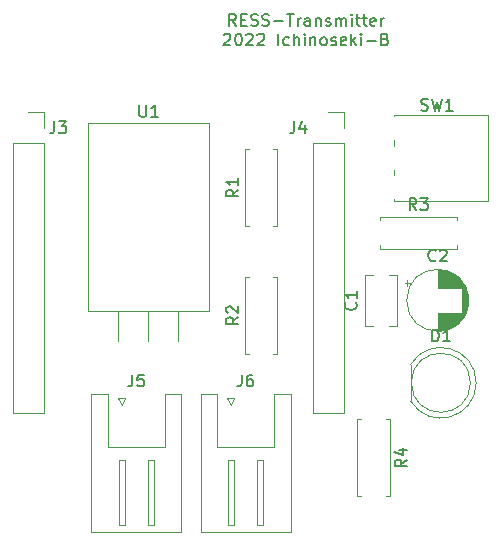
<source format=gbr>
%TF.GenerationSoftware,KiCad,Pcbnew,(5.1.9)-1*%
%TF.CreationDate,2022-08-08T16:48:10+09:00*%
%TF.ProjectId,Transmitter,5472616e-736d-4697-9474-65722e6b6963,rev?*%
%TF.SameCoordinates,Original*%
%TF.FileFunction,Legend,Top*%
%TF.FilePolarity,Positive*%
%FSLAX46Y46*%
G04 Gerber Fmt 4.6, Leading zero omitted, Abs format (unit mm)*
G04 Created by KiCad (PCBNEW (5.1.9)-1) date 2022-08-08 16:48:10*
%MOMM*%
%LPD*%
G01*
G04 APERTURE LIST*
%ADD10C,0.150000*%
%ADD11C,0.120000*%
G04 APERTURE END LIST*
D10*
X147741428Y-73922380D02*
X147408095Y-73446190D01*
X147170000Y-73922380D02*
X147170000Y-72922380D01*
X147550952Y-72922380D01*
X147646190Y-72970000D01*
X147693809Y-73017619D01*
X147741428Y-73112857D01*
X147741428Y-73255714D01*
X147693809Y-73350952D01*
X147646190Y-73398571D01*
X147550952Y-73446190D01*
X147170000Y-73446190D01*
X148170000Y-73398571D02*
X148503333Y-73398571D01*
X148646190Y-73922380D02*
X148170000Y-73922380D01*
X148170000Y-72922380D01*
X148646190Y-72922380D01*
X149027142Y-73874761D02*
X149170000Y-73922380D01*
X149408095Y-73922380D01*
X149503333Y-73874761D01*
X149550952Y-73827142D01*
X149598571Y-73731904D01*
X149598571Y-73636666D01*
X149550952Y-73541428D01*
X149503333Y-73493809D01*
X149408095Y-73446190D01*
X149217619Y-73398571D01*
X149122380Y-73350952D01*
X149074761Y-73303333D01*
X149027142Y-73208095D01*
X149027142Y-73112857D01*
X149074761Y-73017619D01*
X149122380Y-72970000D01*
X149217619Y-72922380D01*
X149455714Y-72922380D01*
X149598571Y-72970000D01*
X149979523Y-73874761D02*
X150122380Y-73922380D01*
X150360476Y-73922380D01*
X150455714Y-73874761D01*
X150503333Y-73827142D01*
X150550952Y-73731904D01*
X150550952Y-73636666D01*
X150503333Y-73541428D01*
X150455714Y-73493809D01*
X150360476Y-73446190D01*
X150170000Y-73398571D01*
X150074761Y-73350952D01*
X150027142Y-73303333D01*
X149979523Y-73208095D01*
X149979523Y-73112857D01*
X150027142Y-73017619D01*
X150074761Y-72970000D01*
X150170000Y-72922380D01*
X150408095Y-72922380D01*
X150550952Y-72970000D01*
X150979523Y-73541428D02*
X151741428Y-73541428D01*
X152074761Y-72922380D02*
X152646190Y-72922380D01*
X152360476Y-73922380D02*
X152360476Y-72922380D01*
X152979523Y-73922380D02*
X152979523Y-73255714D01*
X152979523Y-73446190D02*
X153027142Y-73350952D01*
X153074761Y-73303333D01*
X153170000Y-73255714D01*
X153265238Y-73255714D01*
X154027142Y-73922380D02*
X154027142Y-73398571D01*
X153979523Y-73303333D01*
X153884285Y-73255714D01*
X153693809Y-73255714D01*
X153598571Y-73303333D01*
X154027142Y-73874761D02*
X153931904Y-73922380D01*
X153693809Y-73922380D01*
X153598571Y-73874761D01*
X153550952Y-73779523D01*
X153550952Y-73684285D01*
X153598571Y-73589047D01*
X153693809Y-73541428D01*
X153931904Y-73541428D01*
X154027142Y-73493809D01*
X154503333Y-73255714D02*
X154503333Y-73922380D01*
X154503333Y-73350952D02*
X154550952Y-73303333D01*
X154646190Y-73255714D01*
X154789047Y-73255714D01*
X154884285Y-73303333D01*
X154931904Y-73398571D01*
X154931904Y-73922380D01*
X155360476Y-73874761D02*
X155455714Y-73922380D01*
X155646190Y-73922380D01*
X155741428Y-73874761D01*
X155789047Y-73779523D01*
X155789047Y-73731904D01*
X155741428Y-73636666D01*
X155646190Y-73589047D01*
X155503333Y-73589047D01*
X155408095Y-73541428D01*
X155360476Y-73446190D01*
X155360476Y-73398571D01*
X155408095Y-73303333D01*
X155503333Y-73255714D01*
X155646190Y-73255714D01*
X155741428Y-73303333D01*
X156217619Y-73922380D02*
X156217619Y-73255714D01*
X156217619Y-73350952D02*
X156265238Y-73303333D01*
X156360476Y-73255714D01*
X156503333Y-73255714D01*
X156598571Y-73303333D01*
X156646190Y-73398571D01*
X156646190Y-73922380D01*
X156646190Y-73398571D02*
X156693809Y-73303333D01*
X156789047Y-73255714D01*
X156931904Y-73255714D01*
X157027142Y-73303333D01*
X157074761Y-73398571D01*
X157074761Y-73922380D01*
X157550952Y-73922380D02*
X157550952Y-73255714D01*
X157550952Y-72922380D02*
X157503333Y-72970000D01*
X157550952Y-73017619D01*
X157598571Y-72970000D01*
X157550952Y-72922380D01*
X157550952Y-73017619D01*
X157884285Y-73255714D02*
X158265238Y-73255714D01*
X158027142Y-72922380D02*
X158027142Y-73779523D01*
X158074761Y-73874761D01*
X158170000Y-73922380D01*
X158265238Y-73922380D01*
X158455714Y-73255714D02*
X158836666Y-73255714D01*
X158598571Y-72922380D02*
X158598571Y-73779523D01*
X158646190Y-73874761D01*
X158741428Y-73922380D01*
X158836666Y-73922380D01*
X159550952Y-73874761D02*
X159455714Y-73922380D01*
X159265238Y-73922380D01*
X159170000Y-73874761D01*
X159122380Y-73779523D01*
X159122380Y-73398571D01*
X159170000Y-73303333D01*
X159265238Y-73255714D01*
X159455714Y-73255714D01*
X159550952Y-73303333D01*
X159598571Y-73398571D01*
X159598571Y-73493809D01*
X159122380Y-73589047D01*
X160027142Y-73922380D02*
X160027142Y-73255714D01*
X160027142Y-73446190D02*
X160074761Y-73350952D01*
X160122380Y-73303333D01*
X160217619Y-73255714D01*
X160312857Y-73255714D01*
X146717619Y-74667619D02*
X146765238Y-74620000D01*
X146860476Y-74572380D01*
X147098571Y-74572380D01*
X147193809Y-74620000D01*
X147241428Y-74667619D01*
X147289047Y-74762857D01*
X147289047Y-74858095D01*
X147241428Y-75000952D01*
X146670000Y-75572380D01*
X147289047Y-75572380D01*
X147908095Y-74572380D02*
X148003333Y-74572380D01*
X148098571Y-74620000D01*
X148146190Y-74667619D01*
X148193809Y-74762857D01*
X148241428Y-74953333D01*
X148241428Y-75191428D01*
X148193809Y-75381904D01*
X148146190Y-75477142D01*
X148098571Y-75524761D01*
X148003333Y-75572380D01*
X147908095Y-75572380D01*
X147812857Y-75524761D01*
X147765238Y-75477142D01*
X147717619Y-75381904D01*
X147670000Y-75191428D01*
X147670000Y-74953333D01*
X147717619Y-74762857D01*
X147765238Y-74667619D01*
X147812857Y-74620000D01*
X147908095Y-74572380D01*
X148622380Y-74667619D02*
X148670000Y-74620000D01*
X148765238Y-74572380D01*
X149003333Y-74572380D01*
X149098571Y-74620000D01*
X149146190Y-74667619D01*
X149193809Y-74762857D01*
X149193809Y-74858095D01*
X149146190Y-75000952D01*
X148574761Y-75572380D01*
X149193809Y-75572380D01*
X149574761Y-74667619D02*
X149622380Y-74620000D01*
X149717619Y-74572380D01*
X149955714Y-74572380D01*
X150050952Y-74620000D01*
X150098571Y-74667619D01*
X150146190Y-74762857D01*
X150146190Y-74858095D01*
X150098571Y-75000952D01*
X149527142Y-75572380D01*
X150146190Y-75572380D01*
X151336666Y-75572380D02*
X151336666Y-74572380D01*
X152241428Y-75524761D02*
X152146190Y-75572380D01*
X151955714Y-75572380D01*
X151860476Y-75524761D01*
X151812857Y-75477142D01*
X151765238Y-75381904D01*
X151765238Y-75096190D01*
X151812857Y-75000952D01*
X151860476Y-74953333D01*
X151955714Y-74905714D01*
X152146190Y-74905714D01*
X152241428Y-74953333D01*
X152670000Y-75572380D02*
X152670000Y-74572380D01*
X153098571Y-75572380D02*
X153098571Y-75048571D01*
X153050952Y-74953333D01*
X152955714Y-74905714D01*
X152812857Y-74905714D01*
X152717619Y-74953333D01*
X152670000Y-75000952D01*
X153574761Y-75572380D02*
X153574761Y-74905714D01*
X153574761Y-74572380D02*
X153527142Y-74620000D01*
X153574761Y-74667619D01*
X153622380Y-74620000D01*
X153574761Y-74572380D01*
X153574761Y-74667619D01*
X154050952Y-74905714D02*
X154050952Y-75572380D01*
X154050952Y-75000952D02*
X154098571Y-74953333D01*
X154193809Y-74905714D01*
X154336666Y-74905714D01*
X154431904Y-74953333D01*
X154479523Y-75048571D01*
X154479523Y-75572380D01*
X155098571Y-75572380D02*
X155003333Y-75524761D01*
X154955714Y-75477142D01*
X154908095Y-75381904D01*
X154908095Y-75096190D01*
X154955714Y-75000952D01*
X155003333Y-74953333D01*
X155098571Y-74905714D01*
X155241428Y-74905714D01*
X155336666Y-74953333D01*
X155384285Y-75000952D01*
X155431904Y-75096190D01*
X155431904Y-75381904D01*
X155384285Y-75477142D01*
X155336666Y-75524761D01*
X155241428Y-75572380D01*
X155098571Y-75572380D01*
X155812857Y-75524761D02*
X155908095Y-75572380D01*
X156098571Y-75572380D01*
X156193809Y-75524761D01*
X156241428Y-75429523D01*
X156241428Y-75381904D01*
X156193809Y-75286666D01*
X156098571Y-75239047D01*
X155955714Y-75239047D01*
X155860476Y-75191428D01*
X155812857Y-75096190D01*
X155812857Y-75048571D01*
X155860476Y-74953333D01*
X155955714Y-74905714D01*
X156098571Y-74905714D01*
X156193809Y-74953333D01*
X157050952Y-75524761D02*
X156955714Y-75572380D01*
X156765238Y-75572380D01*
X156670000Y-75524761D01*
X156622380Y-75429523D01*
X156622380Y-75048571D01*
X156670000Y-74953333D01*
X156765238Y-74905714D01*
X156955714Y-74905714D01*
X157050952Y-74953333D01*
X157098571Y-75048571D01*
X157098571Y-75143809D01*
X156622380Y-75239047D01*
X157527142Y-75572380D02*
X157527142Y-74572380D01*
X157622380Y-75191428D02*
X157908095Y-75572380D01*
X157908095Y-74905714D02*
X157527142Y-75286666D01*
X158336666Y-75572380D02*
X158336666Y-74905714D01*
X158336666Y-74572380D02*
X158289047Y-74620000D01*
X158336666Y-74667619D01*
X158384285Y-74620000D01*
X158336666Y-74572380D01*
X158336666Y-74667619D01*
X158812857Y-75191428D02*
X159574761Y-75191428D01*
X160384285Y-75048571D02*
X160527142Y-75096190D01*
X160574761Y-75143809D01*
X160622380Y-75239047D01*
X160622380Y-75381904D01*
X160574761Y-75477142D01*
X160527142Y-75524761D01*
X160431904Y-75572380D01*
X160050952Y-75572380D01*
X160050952Y-74572380D01*
X160384285Y-74572380D01*
X160479523Y-74620000D01*
X160527142Y-74667619D01*
X160574761Y-74762857D01*
X160574761Y-74858095D01*
X160527142Y-74953333D01*
X160479523Y-75000952D01*
X160384285Y-75048571D01*
X160050952Y-75048571D01*
D11*
%TO.C,J6*%
X148570000Y-116800000D02*
X144760000Y-116800000D01*
X144760000Y-116800000D02*
X144760000Y-105080000D01*
X144760000Y-105080000D02*
X146180000Y-105080000D01*
X146180000Y-105080000D02*
X146180000Y-109580000D01*
X146180000Y-109580000D02*
X148570000Y-109580000D01*
X148570000Y-116800000D02*
X152380000Y-116800000D01*
X152380000Y-116800000D02*
X152380000Y-105080000D01*
X152380000Y-105080000D02*
X150960000Y-105080000D01*
X150960000Y-105080000D02*
X150960000Y-109580000D01*
X150960000Y-109580000D02*
X148570000Y-109580000D01*
X147070000Y-110690000D02*
X147070000Y-116190000D01*
X147070000Y-116190000D02*
X147570000Y-116190000D01*
X147570000Y-116190000D02*
X147570000Y-110690000D01*
X147570000Y-110690000D02*
X147070000Y-110690000D01*
X149570000Y-110690000D02*
X149570000Y-116190000D01*
X149570000Y-116190000D02*
X150070000Y-116190000D01*
X150070000Y-116190000D02*
X150070000Y-110690000D01*
X150070000Y-110690000D02*
X149570000Y-110690000D01*
X147320000Y-105990000D02*
X147020000Y-105390000D01*
X147020000Y-105390000D02*
X147620000Y-105390000D01*
X147620000Y-105390000D02*
X147320000Y-105990000D01*
%TO.C,J3*%
X130175000Y-81220000D02*
X131505000Y-81220000D01*
X131505000Y-81220000D02*
X131505000Y-82550000D01*
X131505000Y-83820000D02*
X131505000Y-106740000D01*
X128845000Y-106740000D02*
X131505000Y-106740000D01*
X128845000Y-83820000D02*
X128845000Y-106740000D01*
X128845000Y-83820000D02*
X131505000Y-83820000D01*
%TO.C,J4*%
X154245000Y-83820000D02*
X156905000Y-83820000D01*
X154245000Y-83820000D02*
X154245000Y-106740000D01*
X154245000Y-106740000D02*
X156905000Y-106740000D01*
X156905000Y-83820000D02*
X156905000Y-106740000D01*
X156905000Y-81220000D02*
X156905000Y-82550000D01*
X155575000Y-81220000D02*
X156905000Y-81220000D01*
%TO.C,J5*%
X138370000Y-105390000D02*
X138070000Y-105990000D01*
X137770000Y-105390000D02*
X138370000Y-105390000D01*
X138070000Y-105990000D02*
X137770000Y-105390000D01*
X140820000Y-110690000D02*
X140320000Y-110690000D01*
X140820000Y-116190000D02*
X140820000Y-110690000D01*
X140320000Y-116190000D02*
X140820000Y-116190000D01*
X140320000Y-110690000D02*
X140320000Y-116190000D01*
X138320000Y-110690000D02*
X137820000Y-110690000D01*
X138320000Y-116190000D02*
X138320000Y-110690000D01*
X137820000Y-116190000D02*
X138320000Y-116190000D01*
X137820000Y-110690000D02*
X137820000Y-116190000D01*
X141710000Y-109580000D02*
X139320000Y-109580000D01*
X141710000Y-105080000D02*
X141710000Y-109580000D01*
X143130000Y-105080000D02*
X141710000Y-105080000D01*
X143130000Y-116800000D02*
X143130000Y-105080000D01*
X139320000Y-116800000D02*
X143130000Y-116800000D01*
X136930000Y-109580000D02*
X139320000Y-109580000D01*
X136930000Y-105080000D02*
X136930000Y-109580000D01*
X135510000Y-105080000D02*
X136930000Y-105080000D01*
X135510000Y-116800000D02*
X135510000Y-105080000D01*
X139320000Y-116800000D02*
X135510000Y-116800000D01*
%TO.C,SW1*%
X161170000Y-88740000D02*
X169120000Y-88740000D01*
X169120000Y-88740000D02*
X169120000Y-81440000D01*
X169120000Y-81440000D02*
X161170000Y-81440000D01*
X161170000Y-81440000D02*
X161170000Y-81590000D01*
X161170000Y-84090000D02*
X161170000Y-83590000D01*
X161170000Y-86590000D02*
X161170000Y-86090000D01*
X161170000Y-88740000D02*
X161170000Y-88590000D01*
%TO.C,R1*%
X151230000Y-84360000D02*
X150900000Y-84360000D01*
X151230000Y-90900000D02*
X151230000Y-84360000D01*
X150900000Y-90900000D02*
X151230000Y-90900000D01*
X148490000Y-84360000D02*
X148820000Y-84360000D01*
X148490000Y-90900000D02*
X148490000Y-84360000D01*
X148820000Y-90900000D02*
X148490000Y-90900000D01*
%TO.C,R2*%
X151230000Y-95155000D02*
X150900000Y-95155000D01*
X151230000Y-101695000D02*
X151230000Y-95155000D01*
X150900000Y-101695000D02*
X151230000Y-101695000D01*
X148490000Y-95155000D02*
X148820000Y-95155000D01*
X148490000Y-101695000D02*
X148490000Y-95155000D01*
X148820000Y-101695000D02*
X148490000Y-101695000D01*
%TO.C,R3*%
X166465000Y-92810000D02*
X166465000Y-92480000D01*
X159925000Y-92810000D02*
X166465000Y-92810000D01*
X159925000Y-92480000D02*
X159925000Y-92810000D01*
X166465000Y-90070000D02*
X166465000Y-90400000D01*
X159925000Y-90070000D02*
X166465000Y-90070000D01*
X159925000Y-90400000D02*
X159925000Y-90070000D01*
%TO.C,D1*%
X167600000Y-104140000D02*
G75*
G03*
X167600000Y-104140000I-2500000J0D01*
G01*
X162540000Y-102595000D02*
X162540000Y-105685000D01*
X168090000Y-104140462D02*
G75*
G03*
X162540000Y-102595170I-2990000J462D01*
G01*
X168090000Y-104139538D02*
G75*
G02*
X162540000Y-105684830I-2990000J-462D01*
G01*
%TO.C,R4*%
X160425000Y-107220000D02*
X160755000Y-107220000D01*
X160755000Y-107220000D02*
X160755000Y-113760000D01*
X160755000Y-113760000D02*
X160425000Y-113760000D01*
X158345000Y-107220000D02*
X158015000Y-107220000D01*
X158015000Y-107220000D02*
X158015000Y-113760000D01*
X158015000Y-113760000D02*
X158345000Y-113760000D01*
%TO.C,U1*%
X142875000Y-98060000D02*
X142875000Y-100600000D01*
X140335000Y-98060000D02*
X140335000Y-100600000D01*
X137795000Y-98060000D02*
X137795000Y-100600000D01*
X145455000Y-82170000D02*
X145455000Y-98060000D01*
X135215000Y-82170000D02*
X135215000Y-98060000D01*
X135215000Y-82170000D02*
X145455000Y-82170000D01*
X135215000Y-98060000D02*
X145455000Y-98060000D01*
%TO.C,C1*%
X158650000Y-99295000D02*
X158650000Y-95055000D01*
X161390000Y-99295000D02*
X161390000Y-95055000D01*
X158650000Y-99295000D02*
X159355000Y-99295000D01*
X160685000Y-99295000D02*
X161390000Y-99295000D01*
X158650000Y-95055000D02*
X159355000Y-95055000D01*
X160685000Y-95055000D02*
X161390000Y-95055000D01*
%TO.C,C2*%
X167450000Y-97155000D02*
G75*
G03*
X167450000Y-97155000I-2620000J0D01*
G01*
X164830000Y-98195000D02*
X164830000Y-99735000D01*
X164830000Y-94575000D02*
X164830000Y-96115000D01*
X164870000Y-98195000D02*
X164870000Y-99735000D01*
X164870000Y-94575000D02*
X164870000Y-96115000D01*
X164910000Y-94576000D02*
X164910000Y-96115000D01*
X164910000Y-98195000D02*
X164910000Y-99734000D01*
X164950000Y-94577000D02*
X164950000Y-96115000D01*
X164950000Y-98195000D02*
X164950000Y-99733000D01*
X164990000Y-94579000D02*
X164990000Y-96115000D01*
X164990000Y-98195000D02*
X164990000Y-99731000D01*
X165030000Y-94582000D02*
X165030000Y-96115000D01*
X165030000Y-98195000D02*
X165030000Y-99728000D01*
X165070000Y-94586000D02*
X165070000Y-96115000D01*
X165070000Y-98195000D02*
X165070000Y-99724000D01*
X165110000Y-94590000D02*
X165110000Y-96115000D01*
X165110000Y-98195000D02*
X165110000Y-99720000D01*
X165150000Y-94594000D02*
X165150000Y-96115000D01*
X165150000Y-98195000D02*
X165150000Y-99716000D01*
X165190000Y-94599000D02*
X165190000Y-96115000D01*
X165190000Y-98195000D02*
X165190000Y-99711000D01*
X165230000Y-94605000D02*
X165230000Y-96115000D01*
X165230000Y-98195000D02*
X165230000Y-99705000D01*
X165270000Y-94612000D02*
X165270000Y-96115000D01*
X165270000Y-98195000D02*
X165270000Y-99698000D01*
X165310000Y-94619000D02*
X165310000Y-96115000D01*
X165310000Y-98195000D02*
X165310000Y-99691000D01*
X165350000Y-94627000D02*
X165350000Y-96115000D01*
X165350000Y-98195000D02*
X165350000Y-99683000D01*
X165390000Y-94635000D02*
X165390000Y-96115000D01*
X165390000Y-98195000D02*
X165390000Y-99675000D01*
X165430000Y-94644000D02*
X165430000Y-96115000D01*
X165430000Y-98195000D02*
X165430000Y-99666000D01*
X165470000Y-94654000D02*
X165470000Y-96115000D01*
X165470000Y-98195000D02*
X165470000Y-99656000D01*
X165510000Y-94664000D02*
X165510000Y-96115000D01*
X165510000Y-98195000D02*
X165510000Y-99646000D01*
X165551000Y-94675000D02*
X165551000Y-96115000D01*
X165551000Y-98195000D02*
X165551000Y-99635000D01*
X165591000Y-94687000D02*
X165591000Y-96115000D01*
X165591000Y-98195000D02*
X165591000Y-99623000D01*
X165631000Y-94700000D02*
X165631000Y-96115000D01*
X165631000Y-98195000D02*
X165631000Y-99610000D01*
X165671000Y-94713000D02*
X165671000Y-96115000D01*
X165671000Y-98195000D02*
X165671000Y-99597000D01*
X165711000Y-94727000D02*
X165711000Y-96115000D01*
X165711000Y-98195000D02*
X165711000Y-99583000D01*
X165751000Y-94741000D02*
X165751000Y-96115000D01*
X165751000Y-98195000D02*
X165751000Y-99569000D01*
X165791000Y-94757000D02*
X165791000Y-96115000D01*
X165791000Y-98195000D02*
X165791000Y-99553000D01*
X165831000Y-94773000D02*
X165831000Y-96115000D01*
X165831000Y-98195000D02*
X165831000Y-99537000D01*
X165871000Y-94790000D02*
X165871000Y-96115000D01*
X165871000Y-98195000D02*
X165871000Y-99520000D01*
X165911000Y-94807000D02*
X165911000Y-96115000D01*
X165911000Y-98195000D02*
X165911000Y-99503000D01*
X165951000Y-94826000D02*
X165951000Y-96115000D01*
X165951000Y-98195000D02*
X165951000Y-99484000D01*
X165991000Y-94845000D02*
X165991000Y-96115000D01*
X165991000Y-98195000D02*
X165991000Y-99465000D01*
X166031000Y-94865000D02*
X166031000Y-96115000D01*
X166031000Y-98195000D02*
X166031000Y-99445000D01*
X166071000Y-94887000D02*
X166071000Y-96115000D01*
X166071000Y-98195000D02*
X166071000Y-99423000D01*
X166111000Y-94908000D02*
X166111000Y-96115000D01*
X166111000Y-98195000D02*
X166111000Y-99402000D01*
X166151000Y-94931000D02*
X166151000Y-96115000D01*
X166151000Y-98195000D02*
X166151000Y-99379000D01*
X166191000Y-94955000D02*
X166191000Y-96115000D01*
X166191000Y-98195000D02*
X166191000Y-99355000D01*
X166231000Y-94980000D02*
X166231000Y-96115000D01*
X166231000Y-98195000D02*
X166231000Y-99330000D01*
X166271000Y-95006000D02*
X166271000Y-96115000D01*
X166271000Y-98195000D02*
X166271000Y-99304000D01*
X166311000Y-95033000D02*
X166311000Y-96115000D01*
X166311000Y-98195000D02*
X166311000Y-99277000D01*
X166351000Y-95060000D02*
X166351000Y-96115000D01*
X166351000Y-98195000D02*
X166351000Y-99250000D01*
X166391000Y-95090000D02*
X166391000Y-96115000D01*
X166391000Y-98195000D02*
X166391000Y-99220000D01*
X166431000Y-95120000D02*
X166431000Y-96115000D01*
X166431000Y-98195000D02*
X166431000Y-99190000D01*
X166471000Y-95151000D02*
X166471000Y-96115000D01*
X166471000Y-98195000D02*
X166471000Y-99159000D01*
X166511000Y-95184000D02*
X166511000Y-96115000D01*
X166511000Y-98195000D02*
X166511000Y-99126000D01*
X166551000Y-95218000D02*
X166551000Y-96115000D01*
X166551000Y-98195000D02*
X166551000Y-99092000D01*
X166591000Y-95254000D02*
X166591000Y-96115000D01*
X166591000Y-98195000D02*
X166591000Y-99056000D01*
X166631000Y-95291000D02*
X166631000Y-96115000D01*
X166631000Y-98195000D02*
X166631000Y-99019000D01*
X166671000Y-95329000D02*
X166671000Y-96115000D01*
X166671000Y-98195000D02*
X166671000Y-98981000D01*
X166711000Y-95370000D02*
X166711000Y-96115000D01*
X166711000Y-98195000D02*
X166711000Y-98940000D01*
X166751000Y-95412000D02*
X166751000Y-96115000D01*
X166751000Y-98195000D02*
X166751000Y-98898000D01*
X166791000Y-95456000D02*
X166791000Y-96115000D01*
X166791000Y-98195000D02*
X166791000Y-98854000D01*
X166831000Y-95502000D02*
X166831000Y-96115000D01*
X166831000Y-98195000D02*
X166831000Y-98808000D01*
X166871000Y-95550000D02*
X166871000Y-98760000D01*
X166911000Y-95601000D02*
X166911000Y-98709000D01*
X166951000Y-95655000D02*
X166951000Y-98655000D01*
X166991000Y-95712000D02*
X166991000Y-98598000D01*
X167031000Y-95772000D02*
X167031000Y-98538000D01*
X167071000Y-95836000D02*
X167071000Y-98474000D01*
X167111000Y-95904000D02*
X167111000Y-98406000D01*
X167151000Y-95977000D02*
X167151000Y-98333000D01*
X167191000Y-96057000D02*
X167191000Y-98253000D01*
X167231000Y-96144000D02*
X167231000Y-98166000D01*
X167271000Y-96240000D02*
X167271000Y-98070000D01*
X167311000Y-96350000D02*
X167311000Y-97960000D01*
X167351000Y-96478000D02*
X167351000Y-97832000D01*
X167391000Y-96637000D02*
X167391000Y-97673000D01*
X167431000Y-96871000D02*
X167431000Y-97439000D01*
X162025225Y-95680000D02*
X162525225Y-95680000D01*
X162275225Y-95430000D02*
X162275225Y-95930000D01*
%TO.C,J6*%
D10*
X148236666Y-103442380D02*
X148236666Y-104156666D01*
X148189047Y-104299523D01*
X148093809Y-104394761D01*
X147950952Y-104442380D01*
X147855714Y-104442380D01*
X149141428Y-103442380D02*
X148950952Y-103442380D01*
X148855714Y-103490000D01*
X148808095Y-103537619D01*
X148712857Y-103680476D01*
X148665238Y-103870952D01*
X148665238Y-104251904D01*
X148712857Y-104347142D01*
X148760476Y-104394761D01*
X148855714Y-104442380D01*
X149046190Y-104442380D01*
X149141428Y-104394761D01*
X149189047Y-104347142D01*
X149236666Y-104251904D01*
X149236666Y-104013809D01*
X149189047Y-103918571D01*
X149141428Y-103870952D01*
X149046190Y-103823333D01*
X148855714Y-103823333D01*
X148760476Y-103870952D01*
X148712857Y-103918571D01*
X148665238Y-104013809D01*
%TO.C,J3*%
X132381666Y-82002380D02*
X132381666Y-82716666D01*
X132334047Y-82859523D01*
X132238809Y-82954761D01*
X132095952Y-83002380D01*
X132000714Y-83002380D01*
X132762619Y-82002380D02*
X133381666Y-82002380D01*
X133048333Y-82383333D01*
X133191190Y-82383333D01*
X133286428Y-82430952D01*
X133334047Y-82478571D01*
X133381666Y-82573809D01*
X133381666Y-82811904D01*
X133334047Y-82907142D01*
X133286428Y-82954761D01*
X133191190Y-83002380D01*
X132905476Y-83002380D01*
X132810238Y-82954761D01*
X132762619Y-82907142D01*
%TO.C,J4*%
X152701666Y-82002380D02*
X152701666Y-82716666D01*
X152654047Y-82859523D01*
X152558809Y-82954761D01*
X152415952Y-83002380D01*
X152320714Y-83002380D01*
X153606428Y-82335714D02*
X153606428Y-83002380D01*
X153368333Y-81954761D02*
X153130238Y-82669047D01*
X153749285Y-82669047D01*
%TO.C,J5*%
X138986666Y-103442380D02*
X138986666Y-104156666D01*
X138939047Y-104299523D01*
X138843809Y-104394761D01*
X138700952Y-104442380D01*
X138605714Y-104442380D01*
X139939047Y-103442380D02*
X139462857Y-103442380D01*
X139415238Y-103918571D01*
X139462857Y-103870952D01*
X139558095Y-103823333D01*
X139796190Y-103823333D01*
X139891428Y-103870952D01*
X139939047Y-103918571D01*
X139986666Y-104013809D01*
X139986666Y-104251904D01*
X139939047Y-104347142D01*
X139891428Y-104394761D01*
X139796190Y-104442380D01*
X139558095Y-104442380D01*
X139462857Y-104394761D01*
X139415238Y-104347142D01*
%TO.C,SW1*%
X163436666Y-81044761D02*
X163579523Y-81092380D01*
X163817619Y-81092380D01*
X163912857Y-81044761D01*
X163960476Y-80997142D01*
X164008095Y-80901904D01*
X164008095Y-80806666D01*
X163960476Y-80711428D01*
X163912857Y-80663809D01*
X163817619Y-80616190D01*
X163627142Y-80568571D01*
X163531904Y-80520952D01*
X163484285Y-80473333D01*
X163436666Y-80378095D01*
X163436666Y-80282857D01*
X163484285Y-80187619D01*
X163531904Y-80140000D01*
X163627142Y-80092380D01*
X163865238Y-80092380D01*
X164008095Y-80140000D01*
X164341428Y-80092380D02*
X164579523Y-81092380D01*
X164770000Y-80378095D01*
X164960476Y-81092380D01*
X165198571Y-80092380D01*
X166103333Y-81092380D02*
X165531904Y-81092380D01*
X165817619Y-81092380D02*
X165817619Y-80092380D01*
X165722380Y-80235238D01*
X165627142Y-80330476D01*
X165531904Y-80378095D01*
%TO.C,R1*%
X147942380Y-87796666D02*
X147466190Y-88130000D01*
X147942380Y-88368095D02*
X146942380Y-88368095D01*
X146942380Y-87987142D01*
X146990000Y-87891904D01*
X147037619Y-87844285D01*
X147132857Y-87796666D01*
X147275714Y-87796666D01*
X147370952Y-87844285D01*
X147418571Y-87891904D01*
X147466190Y-87987142D01*
X147466190Y-88368095D01*
X147942380Y-86844285D02*
X147942380Y-87415714D01*
X147942380Y-87130000D02*
X146942380Y-87130000D01*
X147085238Y-87225238D01*
X147180476Y-87320476D01*
X147228095Y-87415714D01*
%TO.C,R2*%
X147942380Y-98591666D02*
X147466190Y-98925000D01*
X147942380Y-99163095D02*
X146942380Y-99163095D01*
X146942380Y-98782142D01*
X146990000Y-98686904D01*
X147037619Y-98639285D01*
X147132857Y-98591666D01*
X147275714Y-98591666D01*
X147370952Y-98639285D01*
X147418571Y-98686904D01*
X147466190Y-98782142D01*
X147466190Y-99163095D01*
X147037619Y-98210714D02*
X146990000Y-98163095D01*
X146942380Y-98067857D01*
X146942380Y-97829761D01*
X146990000Y-97734523D01*
X147037619Y-97686904D01*
X147132857Y-97639285D01*
X147228095Y-97639285D01*
X147370952Y-97686904D01*
X147942380Y-98258333D01*
X147942380Y-97639285D01*
%TO.C,R3*%
X163028333Y-89522380D02*
X162695000Y-89046190D01*
X162456904Y-89522380D02*
X162456904Y-88522380D01*
X162837857Y-88522380D01*
X162933095Y-88570000D01*
X162980714Y-88617619D01*
X163028333Y-88712857D01*
X163028333Y-88855714D01*
X162980714Y-88950952D01*
X162933095Y-88998571D01*
X162837857Y-89046190D01*
X162456904Y-89046190D01*
X163361666Y-88522380D02*
X163980714Y-88522380D01*
X163647380Y-88903333D01*
X163790238Y-88903333D01*
X163885476Y-88950952D01*
X163933095Y-88998571D01*
X163980714Y-89093809D01*
X163980714Y-89331904D01*
X163933095Y-89427142D01*
X163885476Y-89474761D01*
X163790238Y-89522380D01*
X163504523Y-89522380D01*
X163409285Y-89474761D01*
X163361666Y-89427142D01*
%TO.C,D1*%
X164361904Y-100632380D02*
X164361904Y-99632380D01*
X164600000Y-99632380D01*
X164742857Y-99680000D01*
X164838095Y-99775238D01*
X164885714Y-99870476D01*
X164933333Y-100060952D01*
X164933333Y-100203809D01*
X164885714Y-100394285D01*
X164838095Y-100489523D01*
X164742857Y-100584761D01*
X164600000Y-100632380D01*
X164361904Y-100632380D01*
X165885714Y-100632380D02*
X165314285Y-100632380D01*
X165600000Y-100632380D02*
X165600000Y-99632380D01*
X165504761Y-99775238D01*
X165409523Y-99870476D01*
X165314285Y-99918095D01*
%TO.C,R4*%
X162207380Y-110656666D02*
X161731190Y-110990000D01*
X162207380Y-111228095D02*
X161207380Y-111228095D01*
X161207380Y-110847142D01*
X161255000Y-110751904D01*
X161302619Y-110704285D01*
X161397857Y-110656666D01*
X161540714Y-110656666D01*
X161635952Y-110704285D01*
X161683571Y-110751904D01*
X161731190Y-110847142D01*
X161731190Y-111228095D01*
X161540714Y-109799523D02*
X162207380Y-109799523D01*
X161159761Y-110037619D02*
X161874047Y-110275714D01*
X161874047Y-109656666D01*
%TO.C,U1*%
X139573095Y-80622380D02*
X139573095Y-81431904D01*
X139620714Y-81527142D01*
X139668333Y-81574761D01*
X139763571Y-81622380D01*
X139954047Y-81622380D01*
X140049285Y-81574761D01*
X140096904Y-81527142D01*
X140144523Y-81431904D01*
X140144523Y-80622380D01*
X141144523Y-81622380D02*
X140573095Y-81622380D01*
X140858809Y-81622380D02*
X140858809Y-80622380D01*
X140763571Y-80765238D01*
X140668333Y-80860476D01*
X140573095Y-80908095D01*
%TO.C,C1*%
X157877142Y-97341666D02*
X157924761Y-97389285D01*
X157972380Y-97532142D01*
X157972380Y-97627380D01*
X157924761Y-97770238D01*
X157829523Y-97865476D01*
X157734285Y-97913095D01*
X157543809Y-97960714D01*
X157400952Y-97960714D01*
X157210476Y-97913095D01*
X157115238Y-97865476D01*
X157020000Y-97770238D01*
X156972380Y-97627380D01*
X156972380Y-97532142D01*
X157020000Y-97389285D01*
X157067619Y-97341666D01*
X157972380Y-96389285D02*
X157972380Y-96960714D01*
X157972380Y-96675000D02*
X156972380Y-96675000D01*
X157115238Y-96770238D01*
X157210476Y-96865476D01*
X157258095Y-96960714D01*
%TO.C,C2*%
X164663333Y-93762142D02*
X164615714Y-93809761D01*
X164472857Y-93857380D01*
X164377619Y-93857380D01*
X164234761Y-93809761D01*
X164139523Y-93714523D01*
X164091904Y-93619285D01*
X164044285Y-93428809D01*
X164044285Y-93285952D01*
X164091904Y-93095476D01*
X164139523Y-93000238D01*
X164234761Y-92905000D01*
X164377619Y-92857380D01*
X164472857Y-92857380D01*
X164615714Y-92905000D01*
X164663333Y-92952619D01*
X165044285Y-92952619D02*
X165091904Y-92905000D01*
X165187142Y-92857380D01*
X165425238Y-92857380D01*
X165520476Y-92905000D01*
X165568095Y-92952619D01*
X165615714Y-93047857D01*
X165615714Y-93143095D01*
X165568095Y-93285952D01*
X164996666Y-93857380D01*
X165615714Y-93857380D01*
%TD*%
M02*

</source>
